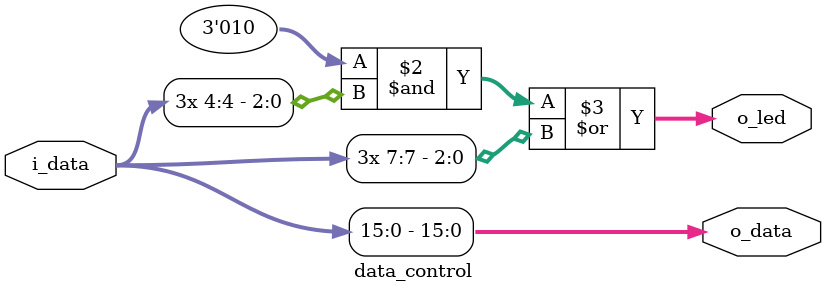
<source format=v>
`timescale 1 ns / 1 ns


module data_control(i_data, o_data, o_led);
   input [23:0]  i_data;
   output [15:0] o_data;
   reg [15:0]    o_data;
   output [2:0]  o_led;

   always @(*)
      begin
         o_data[15:12] <= i_data[15:12];
         o_data[11:8] <= i_data[11:8];
         o_data[7:4] <= i_data[7:4];
         o_data[3:0] <= i_data[3:0];
      end
   
   assign o_led[2:0] = ((3'b010) & {i_data[4], i_data[4], i_data[4]}) | {i_data[7], i_data[7], i_data[7]};
   
endmodule

</source>
